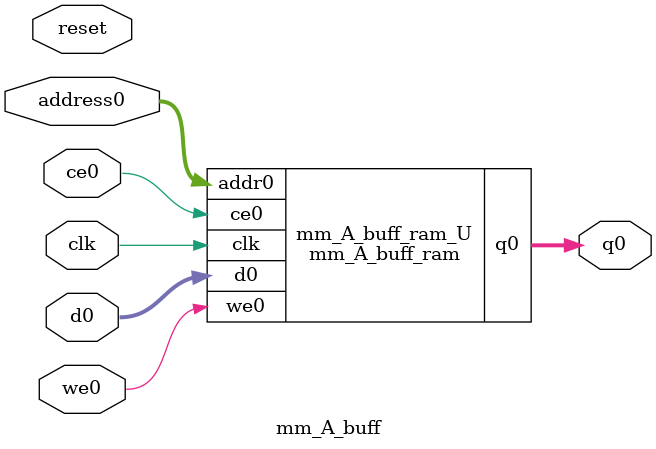
<source format=v>
`timescale 1 ns / 1 ps
module mm_A_buff_ram (addr0, ce0, d0, we0, q0,  clk);

parameter DWIDTH = 32;
parameter AWIDTH = 10;
parameter MEM_SIZE = 1024;

input[AWIDTH-1:0] addr0;
input ce0;
input[DWIDTH-1:0] d0;
input we0;
output reg[DWIDTH-1:0] q0;
input clk;

reg [DWIDTH-1:0] ram[0:MEM_SIZE-1];




always @(posedge clk)  
begin 
    if (ce0) begin
        if (we0) 
            ram[addr0] <= d0; 
        q0 <= ram[addr0];
    end
end


endmodule

`timescale 1 ns / 1 ps
module mm_A_buff(
    reset,
    clk,
    address0,
    ce0,
    we0,
    d0,
    q0);

parameter DataWidth = 32'd32;
parameter AddressRange = 32'd1024;
parameter AddressWidth = 32'd10;
input reset;
input clk;
input[AddressWidth - 1:0] address0;
input ce0;
input we0;
input[DataWidth - 1:0] d0;
output[DataWidth - 1:0] q0;



mm_A_buff_ram mm_A_buff_ram_U(
    .clk( clk ),
    .addr0( address0 ),
    .ce0( ce0 ),
    .we0( we0 ),
    .d0( d0 ),
    .q0( q0 ));

endmodule


</source>
